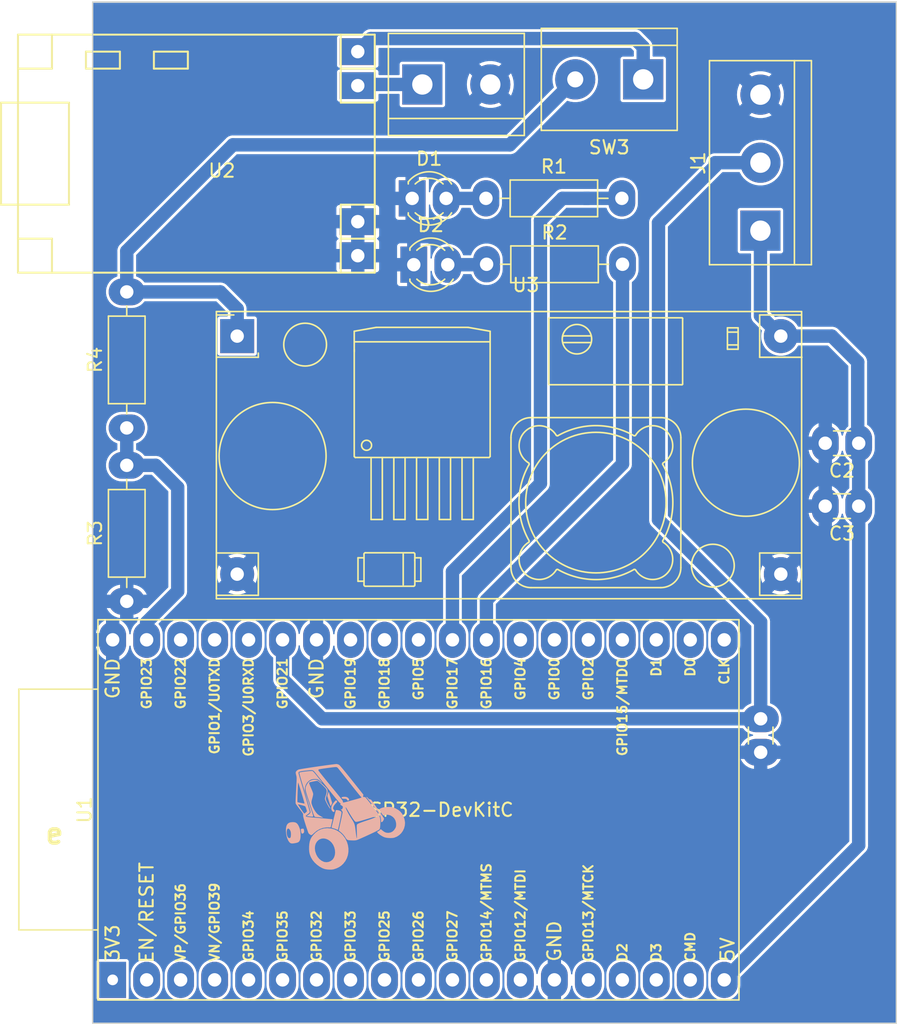
<source format=kicad_pcb>
(kicad_pcb (version 20221018) (generator pcbnew)
  (layers (0 "F.Cu" signal) (31 "B.Cu" signal) (34 "B.Paste" user) (35 "F.Paste" user) (36 "B.SilkS" user "B.Silkscreen") (37 "F.SilkS" user "F.Silkscreen") (38 "B.Mask" user) (39 "F.Mask" user) (44 "Edge.Cuts" user))
  (net 0 "")
  (net 14 "GND")
  (net 19 "+5V")
  (net 30 "signal")
  (net 34 "VOLTAGE_DIVIDER")
  (net 35 "Net-(J2-Pin_1)")
  (net 36 "VBat")
  (net 37 "LED_ALIVE")
  (net 38 "LED_ON")
  (net 39 "Net-(D1-A)")
  (net 40 "Net-(D2-A)")
  (net 41 "Net-(SW3-A)")
  (footprint "TerminalBlock:TerminalBlock_bornier-2_P5.08mm" (layer "F.Cu") (at 151.257 64.389 180)
    (fp_text reference "SW3" (at 2.54 -5.08) (layer "F.SilkS"))
    (fp_text value "SW_SPST")
    (pad "1" thru_hole rect (at 0 0 180) (size 3 3) (drill 1.52) (layers "*.Cu" "*.Mask") (net 41 "Net-(SW3-A)"))
    (pad "2" thru_hole circle (at 5.08 0 180) (size 3 3) (drill 1.2) (layers "*.Cu" "*.Mask") (net 36 "VBat"))
  )
  (footprint "Resistor_THT:R_Axial_DIN0207_L6.3mm_D2.5mm_P10.16mm_Horizontal" (layer "F.Cu") (at 139.5 73.275)
    (fp_text reference "R1" (at 5.08 -2.37) (layer "F.SilkS"))
    (fp_text value "R")
    (pad "1" thru_hole oval (at 0 0) (size 2 2.7) (drill 1) (layers "*.Cu" "*.Mask") (net 39 "Net-(D1-A)"))
    (pad "2" thru_hole oval (at 10.16 0) (size 2 2.7) (drill 1) (layers "*.Cu" "*.Mask") (net 37 "LED_ALIVE"))
  )
  (footprint "Battery_charger:TP4056" (layer "F.Cu") (at 104.5185 61.0475)
    (fp_text reference "U2" (at 15.24 10.16) (layer "F.SilkS"))
    (fp_text value "TP4056")
    (pad "1" thru_hole rect (at 25.4 1.27) (size 2.7 2) (drill 1) (layers "*.Cu" "*.Mask") (net 41 "Net-(SW3-A)"))
    (pad "2" thru_hole rect (at 25.4 3.81) (size 2.7 2) (drill 1) (layers "*.Cu" "*.Mask") (net 35 "Net-(J2-Pin_1)"))
    (pad "3" thru_hole rect (at 25.4 13.97) (size 2.7 2) (drill 1) (layers "*.Cu" "*.Mask") (net 14 "GND"))
    (pad "4" thru_hole rect (at 25.4 16.51) (size 2.7 2) (drill 1) (layers "*.Cu" "*.Mask") (net 14 "GND"))
  )
  (footprint "Espressif:ESP32-DevKitC" (layer "F.Cu") (at 111.59656 131.65 90)
    (fp_text reference "U1" (at 12.7 -2.1 90) (layer "F.SilkS"))
    (fp_text value "ESP32-DevKitC" (at 12.7 24.13) (layer "F.SilkS"))
    (fp_text user "D0" (at 24.13 43.18 90 unlocked) (layer "F.SilkS") (effects (font (size 0.7 0.7)) (justify right)))
    (fp_text user "5V" (at 1.26632 45.97128 90 unlocked) (layer "F.SilkS") (effects (justify left)))
    (fp_text user "EN/RESET" (at 8.88632 2.53728 90 unlocked) (layer "F.SilkS") (effects (justify right)))
    (fp_text user "GPIO4" (at 24.13 30.48 90 unlocked) (layer "F.SilkS") (effects (font (size 0.7 0.7)) (justify right)))
    (fp_text user "GPIO3/U0RXD" (at 24.13 10.16 90 unlocked) (layer "F.SilkS") (effects (font (size 0.7 0.7)) (justify right)))
    (fp_text user "GPIO21" (at 24.13 12.7 90 unlocked) (layer "F.SilkS") (effects (font (size 0.7 0.7)) (justify right)))
    (fp_text user "GPIO35" (at 1.27 12.7 90 unlocked) (layer "F.SilkS") (effects (font (size 0.7 0.7)) (justify left)))
    (fp_text user "VP/GPIO36" (at 1.27 5.08 90 unlocked) (layer "F.SilkS") (effects (font (size 0.7 0.7)) (justify left)))
    (fp_text user "D2" (at 1.27 38.1 90 unlocked) (layer "F.SilkS") (effects (font (size 0.7 0.7)) (justify left)))
    (fp_text user "GPIO34" (at 1.27 10.16 90 unlocked) (layer "F.SilkS") (effects (font (size 0.7 0.7)) (justify left)))
    (fp_text user "GPIO27" (at 1.27 25.4 90 unlocked) (layer "F.SilkS") (effects (font (size 0.7 0.7)) (justify left)))
    (fp_text user "GPIO22" (at 24.13 5.08 90 unlocked) (layer "F.SilkS") (effects (font (size 0.7 0.7)) (justify right)))
    (fp_text user "GPIO0" (at 24.13 33.02 90 unlocked) (layer "F.SilkS") (effects (font (size 0.7 0.7)) (justify right)))
    (fp_text user "D3" (at 1.27 40.64 90 unlocked) (layer "F.SilkS") (effects (font (size 0.7 0.7)) (justify left)))
    (fp_text user "GPIO25" (at 1.27 20.32 90 unlocked) (layer "F.SilkS") (effects (font (size 0.7 0.7)) (justify left)))
    (fp_text user "CMD" (at 1.27 43.18 90 unlocked) (layer "F.SilkS") (effects (font (size 0.7 0.7)) (justify left)))
    (fp_text user "GPIO26" (at 1.27 22.86 90 unlocked) (layer "F.SilkS") (effects (font (size 0.7 0.7)) (justify left)))
    (fp_text user "GPIO5" (at 24.13 22.86 90 unlocked) (layer "F.SilkS") (effects (font (size 0.7 0.7)) (justify right)))
    (fp_text user "GND" (at 24.13 0 90 unlocked) (layer "F.SilkS") (effects (justify right)))
    (fp_text user "GPIO2" (at 24.13 35.56 90 unlocked) (layer "F.SilkS") (effects (font (size 0.7 0.7)) (justify right)))
    (fp_text user "GND" (at 24.13 15.24 90 unlocked) (layer "F.SilkS") (effects (justify right)))
    (fp_text user "GPIO32" (at 1.27 15.24 90 unlocked) (layer "F.SilkS") (effects (font (size 0.7 0.7)) (justify left)))
    (fp_text user "GPIO1/U0TXD" (at 24.13 7.62 90 unlocked) (layer "F.SilkS") (effects (font (size 0.7 0.7)) (justify right)))
    (fp_text user "CLK" (at 24.13 45.72 90 unlocked) (layer "F.SilkS") (effects (font (size 0.7 0.7)) (justify right)))
    (fp_text user "GND" (at 1.27 33.02 90 unlocked) (layer "F.SilkS") (effects (justify left)))
    (fp_text user "GPIO15/MTDO" (at 24.13 38.1 90 unlocked) (layer "F.SilkS") (effects (font (size 0.7 0.7)) (justify right)))
    (fp_text user "GPIO23" (at 24.13 2.54 90 unlocked) (layer "F.SilkS") (effects (font (size 0.7 0.7)) (justify right)))
    (fp_text user "GPIO16" (at 24.13 27.94 90 unlocked) (layer "F.SilkS") (effects (font (size 0.7 0.7)) (justify right)))
    (fp_text user "GPIO33" (at 1.27 17.78 90 unlocked) (layer "F.SilkS") (effects (font (size 0.7 0.7)) (justify left)))
    (fp_text user "GPIO13/MTCK" (at 1.27 35.56 90 unlocked) (layer "F.SilkS") (effects (font (size 0.7 0.7)) (justify left)))
    (fp_text user "D1" (at 24.13 40.64 90 unlocked) (layer "F.SilkS") (effects (font (size 0.7 0.7)) (justify right)))
    (fp_text user "GPIO19" (at 24.13 17.78 90 unlocked) (layer "F.SilkS") (effects (font (size 0.7 0.7)) (justify right)))
    (fp_text user "GPIO14/MTMS" (at 1.27 27.94 90 unlocked) (layer "F.SilkS") (effects (font (size 0.7 0.7)) (justify left)))
    (fp_text user "3V3" (at 1.27 0 90 unlocked) (layer "F.SilkS") (effects (justify left)))
    (fp_text user "GPIO17" (at 24.13 25.4 90 unlocked) (layer "F.SilkS") (effects (font (size 0.7 0.7)) (justify right)))
    (fp_text user "GPIO18" (at 24.13 20.32 90 unlocked) (layer "F.SilkS") (effects (font (size 0.7 0.7)) (justify right)))
    (fp_text user "VN/GPIO39" (at 1.27 7.62 90 unlocked) (layer "F.SilkS") (effects (font (size 0.7 0.7)) (justify left)))
    (fp_text user "GPIO12/MTDI" (at 1.27 30.48 90 unlocked) (layer "F.SilkS") (effects (font (size 0.7 0.7)) (justify left)))
    (pad "1" thru_hole rect (at 0 0) (size 2 2.7) (drill 0.8) (layers "*.Cu" "*.Mask"))
    (pad "2" thru_hole oval (at 0 2.54) (size 2 2.7) (drill 1) (layers "*.Cu" "*.Mask"))
    (pad "3" thru_hole oval (at 0 5.08) (size 2 2.7) (drill 1) (layers "*.Cu" "*.Mask"))
    (pad "4" thru_hole oval (at 0 7.62) (size 2 2.7) (drill 1) (layers "*.Cu" "*.Mask"))
    (pad "5" thru_hole oval (at 0 10.16) (size 2 2.7) (drill 1) (layers "*.Cu" "*.Mask"))
    (pad "6" thru_hole oval (at 0 12.7) (size 2 2.7) (drill 1) (layers "*.Cu" "*.Mask"))
    (pad "7" thru_hole oval (at 0 15.24) (size 2 2.7) (drill 1) (layers "*.Cu" "*.Mask"))
    (pad "8" thru_hole oval (at 0 17.78) (size 2 2.7) (drill 1) (layers "*.Cu" "*.Mask"))
    (pad "9" thru_hole oval (at 0 20.32) (size 2 2.7) (drill 1) (layers "*.Cu" "*.Mask"))
    (pad "10" thru_hole oval (at 0 22.86) (size 2 2.7) (drill 1) (layers "*.Cu" "*.Mask"))
    (pad "11" thru_hole oval (at 0 25.4) (size 2 2.7) (drill 1) (layers "*.Cu" "*.Mask"))
    (pad "12" thru_hole oval (at 0 27.94) (size 2 2.7) (drill 1) (layers "*.Cu" "*.Mask"))
    (pad "13" thru_hole oval (at 0 30.48) (size 2 2.7) (drill 1) (layers "*.Cu" "*.Mask"))
    (pad "14" thru_hole oval (at 0 33.02) (size 2 2.7) (drill 1) (layers "*.Cu" "*.Mask") (net 14 "GND"))
    (pad "15" thru_hole oval (at 0 35.56) (size 2 2.7) (drill 1) (layers "*.Cu" "*.Mask"))
    (pad "16" thru_hole oval (at 0 38.1) (size 2 2.7) (drill 1) (layers "*.Cu" "*.Mask"))
    (pad "17" thru_hole oval (at 0 40.64) (size 2 2.7) (drill 1) (layers "*.Cu" "*.Mask"))
    (pad "18" thru_hole oval (at 0 43.18) (size 2 2.7) (drill 1) (layers "*.Cu" "*.Mask"))
    (pad "19" thru_hole oval (at 0 45.72) (size 2 2.7) (drill 1) (layers "*.Cu" "*.Mask") (net 19 "+5V"))
    (pad "20" thru_hole oval (at 25.39632 45.71728) (size 2 2.7) (drill 1) (layers "*.Cu" "*.Mask"))
    (pad "21" thru_hole oval (at 25.39632 43.17728) (size 2 2.7) (drill 1) (layers "*.Cu" "*.Mask"))
    (pad "22" thru_hole oval (at 25.4 40.64) (size 2 2.7) (drill 1) (layers "*.Cu" "*.Mask"))
    (pad "23" thru_hole oval (at 25.4 38.1) (size 2 2.7) (drill 1) (layers "*.Cu" "*.Mask"))
    (pad "24" thru_hole oval (at 25.4 35.56) (size 2 2.7) (drill 1) (layers "*.Cu" "*.Mask"))
    (pad "25" thru_hole oval (at 25.4 33.02) (size 2 2.7) (drill 1) (layers "*.Cu" "*.Mask"))
    (pad "26" thru_hole oval (at 25.4 30.48) (size 2 2.7) (drill 1) (layers "*.Cu" "*.Mask"))
    (pad "27" thru_hole oval (at 25.4 27.94) (size 2 2.7) (drill 1) (layers "*.Cu" "*.Mask") (net 38 "LED_ON"))
    (pad "28" thru_hole oval (at 25.4 25.4) (size 2 2.7) (drill 1) (layers "*.Cu" "*.Mask") (net 37 "LED_ALIVE"))
    (pad "29" thru_hole oval (at 25.4 22.86) (size 2 2.7) (drill 1) (layers "*.Cu" "*.Mask"))
    (pad "30" thru_hole oval (at 25.4 20.32) (size 2 2.7) (drill 1) (layers "*.Cu" "*.Mask"))
    (pad "31" thru_hole oval (at 25.4 17.78) (size 2 2.7) (drill 1) (layers "*.Cu" "*.Mask"))
    (pad "32" thru_hole oval (at 25.4 15.24) (size 2 2.7) (drill 1) (layers "*.Cu" "*.Mask") (net 14 "GND"))
    (pad "33" thru_hole oval (at 25.4 12.7) (size 2 2.7) (drill 1) (layers "*.Cu" "*.Mask") (net 30 "signal"))
    (pad "34" thru_hole oval (at 25.4 10.16) (size 2 2.7) (drill 1) (layers "*.Cu" "*.Mask"))
    (pad "35" thru_hole oval (at 25.4 7.62) (size 2 2.7) (drill 1) (layers "*.Cu" "*.Mask"))
    (pad "36" thru_hole oval (at 25.4 5.08) (size 2 2.7) (drill 1) (layers "*.Cu" "*.Mask"))
    (pad "37" thru_hole oval (at 25.4 2.54) (size 2 2.7) (drill 1) (layers "*.Cu" "*.Mask") (net 34 "VOLTAGE_DIVIDER"))
    (pad "38" thru_hole oval (at 25.4 0) (size 2 2.7) (drill 1) (layers "*.Cu" "*.Mask") (net 14 "GND"))
  )
  (footprint "Capacitor_THT:C_Disc_D3.0mm_W1.6mm_P2.50mm" (layer "F.Cu") (at 160.04 112.15 -90)
    (fp_text reference "C1" hide)
    (fp_text value "22pF" hide)
    (pad "1" thru_hole oval (at 0 0 270) (size 2 2.7) (drill 1) (layers "*.Cu" "*.Mask") (net 30 "signal"))
    (pad "2" thru_hole oval (at 2.5 0 270) (size 2 2.7) (drill 1) (layers "*.Cu" "*.Mask") (net 14 "GND"))
  )
  (footprint "LED_THT:LED_D3.0mm" (layer "F.Cu") (at 134.107 78.232)
    (fp_text reference "D2" (at 1.27 -2.96) (layer "F.SilkS"))
    (fp_text value "LED")
    (pad "1" thru_hole rect (at 0 0) (size 2 2.7) (drill 1) (layers "*.Cu" "*.Mask") (net 14 "GND"))
    (pad "2" thru_hole oval (at 2.54 0) (size 2 2.7) (drill 1) (layers "*.Cu" "*.Mask") (net 40 "Net-(D2-A)"))
  )
  (footprint "Capacitor_THT:C_Disc_D3.0mm_W1.6mm_P2.50mm" (layer "F.Cu") (at 167.366 96.266 180)
    (fp_text reference "C3" (at 1.25 -2.05) (layer "F.SilkS"))
    (fp_text value "C")
    (pad "1" thru_hole oval (at 0 0 180) (size 2 2.7) (drill 1) (layers "*.Cu" "*.Mask") (net 19 "+5V"))
    (pad "2" thru_hole oval (at 2.5 0 180) (size 2 2.7) (drill 1) (layers "*.Cu" "*.Mask") (net 14 "GND"))
  )
  (footprint "Resistor_THT:R_Axial_DIN0207_L6.3mm_D2.5mm_P10.16mm_Horizontal" (layer "F.Cu") (at 112.649 103.378 90)
    (fp_text reference "R3" (at 5.08 -2.37 90) (layer "F.SilkS"))
    (fp_text value "R")
    (pad "1" thru_hole oval (at 0 0 90) (size 2 2.7) (drill 1) (layers "*.Cu" "*.Mask") (net 14 "GND"))
    (pad "2" thru_hole oval (at 10.16 0 90) (size 2 2.7) (drill 1) (layers "*.Cu" "*.Mask") (net 34 "VOLTAGE_DIVIDER"))
  )
  (footprint "Resistor_THT:R_Axial_DIN0207_L6.3mm_D2.5mm_P10.16mm_Horizontal" (layer "F.Cu") (at 139.55 78.2)
    (fp_text reference "R2" (at 5.08 -2.37) (layer "F.SilkS"))
    (fp_text value "R")
    (pad "1" thru_hole oval (at 0 0) (size 2 2.7) (drill 1) (layers "*.Cu" "*.Mask") (net 40 "Net-(D2-A)"))
    (pad "2" thru_hole oval (at 10.16 0) (size 2 2.7) (drill 1) (layers "*.Cu" "*.Mask") (net 38 "LED_ON"))
  )
  (footprint "TerminalBlock:TerminalBlock_bornier-2_P5.08mm" (layer "F.Cu") (at 134.747 64.77)
    (fp_text reference "J2" hide)
    (fp_text value "conn")
    (pad "1" thru_hole rect (at 0 0) (size 3 3) (drill 1.52) (layers "*.Cu" "*.Mask") (net 35 "Net-(J2-Pin_1)"))
    (pad "2" thru_hole circle (at 5.08 0) (size 3 3) (drill 1.52) (layers "*.Cu" "*.Mask") (net 14 "GND"))
  )
  (footprint "Capacitor_THT:C_Disc_D3.0mm_W1.6mm_P2.50mm" (layer "F.Cu") (at 167.366 91.567 180)
    (fp_text reference "C2" (at 1.25 -2.05) (layer "F.SilkS"))
    (fp_text value "C")
    (pad "1" thru_hole oval (at 0 0 180) (size 2 2.7) (drill 1) (layers "*.Cu" "*.Mask") (net 19 "+5V"))
    (pad "2" thru_hole oval (at 2.5 0 180) (size 2 2.7) (drill 1) (layers "*.Cu" "*.Mask") (net 14 "GND"))
  )
  (footprint "StepDown:StepDown_LM2596" (layer "F.Cu") (at 120.904 83.566)
    (fp_text reference "U3" (at 21.59 -3.81) (layer "F.SilkS"))
    (fp_text value "YAAJ_DCDC_StepDown_LM2596")
    (pad "1" thru_hole rect (at 0 0) (size 2.54 2.54) (drill 1) (layers "*.Cu" "*.Mask") (net 36 "VBat"))
    (pad "2" thru_hole circle (at 0 17.78) (size 2.54 2.54) (drill 1) (layers "*.Cu" "*.Mask") (net 14 "GND"))
    (pad "3" thru_hole circle (at 40.64 17.78) (size 2.54 2.54) (drill 1) (layers "*.Cu" "*.Mask") (net 14 "GND"))
    (pad "4" thru_hole circle (at 40.64 0) (size 2.54 2.54) (drill 1) (layers "*.Cu" "*.Mask") (net 19 "+5V"))
  )
  (footprint "LED_THT:LED_D3.0mm" (layer "F.Cu") (at 133.985 73.279)
    (fp_text reference "D1" (at 1.27 -2.96) (layer "F.SilkS"))
    (fp_text value "LED")
    (pad "1" thru_hole rect (at 0 0) (size 2 2.7) (drill 1) (layers "*.Cu" "*.Mask") (net 14 "GND"))
    (pad "2" thru_hole oval (at 2.54 0) (size 2 2.7) (drill 1) (layers "*.Cu" "*.Mask") (net 39 "Net-(D1-A)"))
  )
  (footprint "Resistor_THT:R_Axial_DIN0207_L6.3mm_D2.5mm_P10.16mm_Horizontal" (layer "F.Cu") (at 112.649 90.424 90)
    (fp_text reference "R4" (at 5.08 -2.37 90) (layer "F.SilkS"))
    (fp_text value "R")
    (pad "1" thru_hole oval (at 0 0 90) (size 2 2.7) (drill 1) (layers "*.Cu" "*.Mask") (net 34 "VOLTAGE_DIVIDER"))
    (pad "2" thru_hole oval (at 10.16 0 90) (size 2 2.7) (drill 1) (layers "*.Cu" "*.Mask") (net 36 "VBat"))
  )
  (footprint "TerminalBlock:TerminalBlock_bornier-3_P5.08mm" (layer "F.Cu") (at 160.02 75.692 90)
    (fp_text reference "J1" (at 5.05 -4.65 90) (layer "F.SilkS"))
    (fp_text value "conn")
    (pad "1" thru_hole rect (at 0 0 90) (size 3 3) (drill 1.52) (layers "*.Cu" "*.Mask") (net 19 "+5V"))
    (pad "2" thru_hole circle (at 5.08 0 90) (size 3 3) (drill 1.52) (layers "*.Cu" "*.Mask") (net 30 "signal"))
    (pad "3" thru_hole circle (at 10.16 0 90) (size 3 3) (drill 1.52) (layers "*.Cu" "*.Mask") (net 14 "GND"))
  )
  (footprint "parahybaja:logocarro" (layer "B.Cu") (at 128.875 119.45 180)
    (fp_text reference "e" (at 21.625 -1.275) (layer "F.SilkS") (effects (font (size 1.5 1.5) (thickness 0.3))))
    (fp_text value "LOGO" hide)
  )
  (gr_rect (start 110.1 58.606) (end 170.18 134.892) (stroke (width 0.1)) (fill none) (layer "Edge.Cuts"))
  (segment (start 167.292 91.48) (end 167.292 85.504) (width 1) (layer "B.Cu") (net 19))
  (segment (start 167.366 121.60056) (end 167.366 96.266) (width 1) (layer "B.Cu") (net 19))
  (segment (start 165.354 83.566) (end 161.544 83.566) (width 1) (layer "B.Cu") (net 19))
  (segment (start 157.31656 131.65) (end 167.366 121.60056) (width 1) (layer "B.Cu") (net 19))
  (segment (start 160.02 82.042) (end 161.544 83.566) (width 1) (layer "B.Cu") (net 19))
  (segment (start 167.366 91.554) (end 167.292 91.48) (width 1) (layer "B.Cu") (net 19))
  (segment (start 167.292 85.504) (end 165.354 83.566) (width 1) (layer "B.Cu") (net 19))
  (segment (start 160.02 75.692) (end 160.02 82.042) (width 1) (layer "B.Cu") (net 19))
  (segment (start 167.292 96.192) (end 167.366 96.266) (width 1) (layer "B.Cu") (net 19))
  (segment (start 167.366 96.266) (end 167.366 91.567) (width 1) (layer "B.Cu") (net 19))
  (segment (start 160.04 112.15) (end 127.26 112.15) (width 1) (layer "B.Cu") (net 30))
  (segment (start 156.638 70.612) (end 160.02 70.612) (width 1) (layer "B.Cu") (net 30))
  (segment (start 124.29656 106.035837) (end 124.29656 106.25) (width 1) (layer "B.Cu") (net 30))
  (segment (start 124.29656 109.18656) (end 124.29656 106.25) (width 1) (layer "B.Cu") (net 30))
  (segment (start 152.4 97.282) (end 152.4 75.1) (width 1) (layer "B.Cu") (net 30))
  (segment (start 160.04 112.15) (end 160.04 104.922) (width 1) (layer "B.Cu") (net 30))
  (segment (start 152.4 75.1) (end 156.638 70.862) (width 1) (layer "B.Cu") (net 30))
  (segment (start 127.26 112.15) (end 124.29656 109.18656) (width 1) (layer "B.Cu") (net 30))
  (segment (start 160.04 104.922) (end 152.4 97.282) (width 1) (layer "B.Cu") (net 30))
  (segment (start 156.638 70.862) (end 156.638 70.612) (width 1) (layer "B.Cu") (net 30))
  (segment (start 112.649 90.424) (end 112.649 93.218) (width 1) (layer "B.Cu") (net 34))
  (segment (start 116.459 94.869) (end 116.459 102.616) (width 1) (layer "B.Cu") (net 34))
  (segment (start 114.13656 104.93844) (end 114.13656 106.25) (width 1) (layer "B.Cu") (net 34))
  (segment (start 114.808 93.218) (end 116.459 94.869) (width 1) (layer "B.Cu") (net 34))
  (segment (start 112.649 93.218) (end 114.808 93.218) (width 1) (layer "B.Cu") (net 34))
  (segment (start 116.459 102.616) (end 114.13656 104.93844) (width 1) (layer "B.Cu") (net 34))
  (segment (start 134.747 64.77) (end 130.006 64.77) (width 1) (layer "B.Cu") (net 35))
  (segment (start 130.006 64.77) (end 129.9185 64.8575) (width 1) (layer "B.Cu") (net 35))
  (segment (start 119.634 80.264) (end 120.904 81.534) (width 1) (layer "B.Cu") (net 36))
  (segment (start 120.904 81.534) (end 120.904 83.566) (width 1) (layer "B.Cu") (net 36))
  (segment (start 112.649 80.264) (end 119.634 80.264) (width 1) (layer "B.Cu") (net 36))
  (segment (start 141.2875 69.2785) (end 120.5865 69.2785) (width 1) (layer "B.Cu") (net 36))
  (segment (start 112.649 77.216) (end 120.5865 69.2785) (width 1) (layer "B.Cu") (net 36))
  (segment (start 112.649 80.264) (end 112.649 77.216) (width 1) (layer "B.Cu") (net 36))
  (segment (start 146.177 64.389) (end 141.2875 69.2785) (width 1) (layer "B.Cu") (net 36))
  (segment (start 147.12 73.275) (end 146.9 73.275) (width 1) (layer "B.Cu") (net 37))
  (segment (start 136.99656 101.15344) (end 136.99656 106.25) (width 1) (layer "B.Cu") (net 37))
  (segment (start 143.575 94.575) (end 136.99656 101.15344) (width 1) (layer "B.Cu") (net 37))
  (segment (start 147.12 73.275) (end 149.66 73.275) (width 1) (layer "B.Cu") (net 37))
  (segment (start 145.225 73.275) (end 143.575 74.925) (width 1) (layer "B.Cu") (net 37))
  (segment (start 143.575 74.925) (end 143.575 94.575) (width 1) (layer "B.Cu") (net 37))
  (segment (start 147.12 73.275) (end 145.225 73.275) (width 1) (layer "B.Cu") (net 37))
  (segment (start 149.71 93.115) (end 139.53656 103.28844) (width 1) (layer "B.Cu") (net 38))
  (segment (start 139.53656 103.28844) (end 139.53656 106.25) (width 1) (layer "B.Cu") (net 38))
  (segment (start 149.71 78.2) (end 149.71 93.115) (width 1) (layer "B.Cu") (net 38))
  (segment (start 139.45 73.325) (end 139.5 73.275) (width 1) (layer "B.Cu") (net 39))
  (segment (start 136.525 73.279) (end 139.496 73.279) (width 1) (layer "B.Cu") (net 39))
  (segment (start 139.496 73.279) (end 139.5 73.275) (width 1) (layer "B.Cu") (net 39))
  (segment (start 136.475 73.175) (end 136.625 73.325) (width 1) (layer "B.Cu") (net 39))
  (segment (start 136.55 78.3) (end 136.5 78.25) (width 1) (layer "B.Cu") (net 40))
  (segment (start 136.647 78.232) (end 139.518 78.232) (width 1) (layer "B.Cu") (net 40))
  (segment (start 139.391 78.359) (end 139.55 78.2) (width 1) (layer "B.Cu") (net 40))
  (segment (start 139.518 78.232) (end 139.55 78.2) (width 1) (layer "B.Cu") (net 40))
  (segment (start 150.622 61.341) (end 130.895 61.341) (width 1) (layer "B.Cu") (net 41))
  (segment (start 151.257 64.389) (end 151.257 61.976) (width 1) (layer "B.Cu") (net 41))
  (segment (start 130.895 61.341) (end 129.9185 62.3175) (width 1) (layer "B.Cu") (net 41))
  (segment (start 151.257 61.976) (end 150.622 61.341) (width 1) (layer "B.Cu") (net 41))
  (zone (net 14) (net_name "GND") (layer "B.Cu") (priority 1) (connect_pads (clearance 0.1)) (min_thickness 0.1) (fill yes (thermal_gap 0.25) (thermal_bridge_width 1))
    (polygon (pts (xy 110.109 58.674) (xy 170.18 58.674) (xy 170.18 134.874) (xy 110.109 134.874)))
  )
)
</source>
